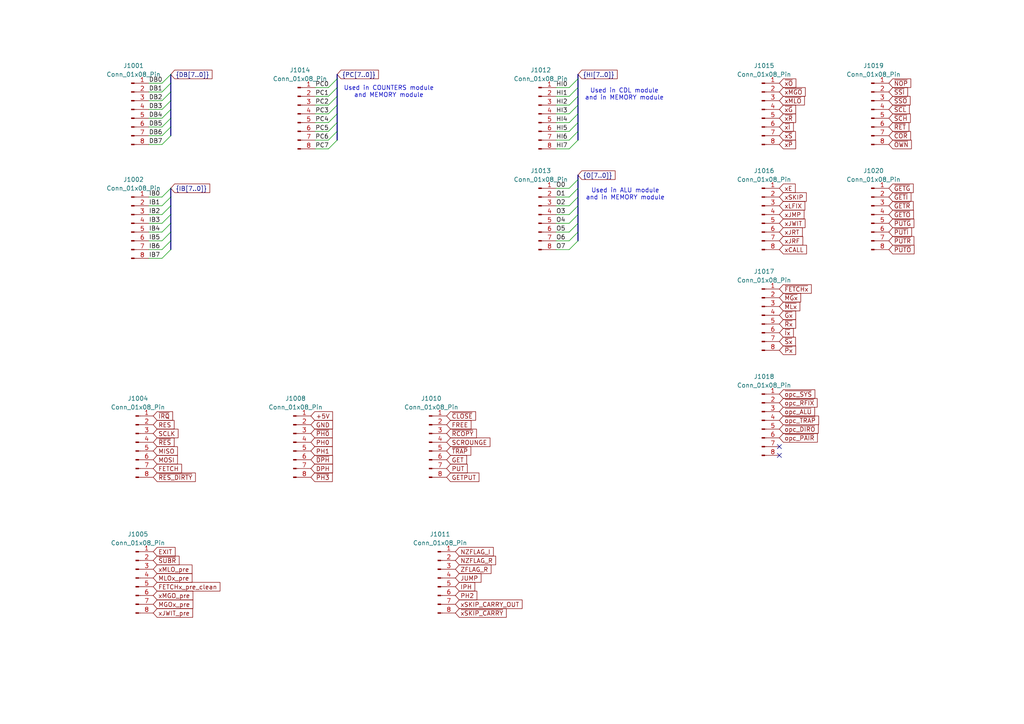
<source format=kicad_sch>
(kicad_sch (version 20231120) (generator "eeschema") (generator_version "8.0")
  (paper "A4")
  (title_block (title "Myth Microcontroller Project") (date "2024-09-26") (rev "1") (company "Picwok.com") (comment 1 "Project Contact: mim@ok-schalter.de (Michael)") (comment 2 "Author: Copyr. 2024 Michael Mangelsdorf/Dosflange@github") (comment 3 "Instruction Decoder Module") (comment 4 "Common Pin Header Sheet"))
  (lib_symbols
    (symbol "Connector:Conn_01x08_Pin" (pin_names (offset 1.016) hide)
      (property "Reference" "J" (at 0 10.16 0))
      (property "Value" "Conn_01x08_Pin" (at 0 -12.7 0))
      (symbol "Conn_01x08_Pin_1_1"
        (polyline (pts (xy 1.27 -10.16) (xy 0.8636 -10.16)) (stroke (width 0.1524)))
        (polyline (pts (xy 1.27 -7.62) (xy 0.8636 -7.62)) (stroke (width 0.1524)))
        (polyline (pts (xy 1.27 -5.08) (xy 0.8636 -5.08)) (stroke (width 0.1524)))
        (polyline (pts (xy 1.27 -2.54) (xy 0.8636 -2.54)) (stroke (width 0.1524)))
        (polyline (pts (xy 1.27 0) (xy 0.8636 0)) (stroke (width 0.1524)))
        (polyline (pts (xy 1.27 2.54) (xy 0.8636 2.54)) (stroke (width 0.1524)))
        (polyline (pts (xy 1.27 5.08) (xy 0.8636 5.08)) (stroke (width 0.1524)))
        (polyline (pts (xy 1.27 7.62) (xy 0.8636 7.62)) (stroke (width 0.1524)))
        (rectangle (start 0.8636 -10.033) (end 0 -10.287) (stroke (width 0.1524)) (fill (type outline)))
        (rectangle (start 0.8636 -7.493) (end 0 -7.747) (stroke (width 0.1524)) (fill (type outline)))
        (rectangle (start 0.8636 -4.953) (end 0 -5.207) (stroke (width 0.1524)) (fill (type outline)))
        (rectangle (start 0.8636 -2.413) (end 0 -2.667) (stroke (width 0.1524)) (fill (type outline)))
        (rectangle (start 0.8636 0.127) (end 0 -0.127) (stroke (width 0.1524)) (fill (type outline)))
        (rectangle (start 0.8636 2.667) (end 0 2.413) (stroke (width 0.1524)) (fill (type outline)))
        (rectangle (start 0.8636 5.207) (end 0 4.953) (stroke (width 0.1524)) (fill (type outline)))
        (rectangle (start 0.8636 7.747) (end 0 7.493) (stroke (width 0.1524)) (fill (type outline)))
        (pin passive line (at 5.08 7.62 180) (length 3.81) (name "Pin_1") (number "1"))
        (pin passive line (at 5.08 5.08 180) (length 3.81) (name "Pin_2") (number "2"))
        (pin passive line (at 5.08 2.54 180) (length 3.81) (name "Pin_3") (number "3"))
        (pin passive line (at 5.08 0 180) (length 3.81) (name "Pin_4") (number "4"))
        (pin passive line (at 5.08 -2.54 180) (length 3.81) (name "Pin_5") (number "5"))
        (pin passive line (at 5.08 -5.08 180) (length 3.81) (name "Pin_6") (number "6"))
        (pin passive line (at 5.08 -7.62 180) (length 3.81) (name "Pin_7") (number "7"))
        (pin passive line (at 5.08 -10.16 180) (length 3.81) (name "Pin_8") (number "8"))
      )
    )
  )
  (no_connect (at 226.06 132.08))
  (no_connect (at 226.06 129.54))
  (bus_entry (at 167.64 25.4) (size -2.54 2.54))
  (bus_entry (at 167.64 54.61) (size -2.54 2.54))
  (bus_entry (at 97.79 30.48) (size -2.54 2.54))
  (bus_entry (at 46.99 24.13) (size 2.54 -2.54))
  (bus_entry (at 46.99 57.15) (size 2.54 -2.54))
  (bus_entry (at 46.99 62.23) (size 2.54 -2.54))
  (bus_entry (at 167.64 57.15) (size -2.54 2.54))
  (bus_entry (at 167.64 59.69) (size -2.54 2.54))
  (bus_entry (at 46.99 67.31) (size 2.54 -2.54))
  (bus_entry (at 46.99 36.83) (size 2.54 -2.54))
  (bus_entry (at 167.64 27.94) (size -2.54 2.54))
  (bus_entry (at 46.99 74.93) (size 2.54 -2.54))
  (bus_entry (at 46.99 34.29) (size 2.54 -2.54))
  (bus_entry (at 167.64 40.64) (size -2.54 2.54))
  (bus_entry (at 167.64 30.48) (size -2.54 2.54))
  (bus_entry (at 46.99 26.67) (size 2.54 -2.54))
  (bus_entry (at 46.99 41.91) (size 2.54 -2.54))
  (bus_entry (at 46.99 64.77) (size 2.54 -2.54))
  (bus_entry (at 167.64 62.23) (size -2.54 2.54))
  (bus_entry (at 167.64 69.85) (size -2.54 2.54))
  (bus_entry (at 46.99 69.85) (size 2.54 -2.54))
  (bus_entry (at 46.99 29.21) (size 2.54 -2.54))
  (bus_entry (at 97.79 22.86) (size -2.54 2.54))
  (bus_entry (at 46.99 39.37) (size 2.54 -2.54))
  (bus_entry (at 167.64 35.56) (size -2.54 2.54))
  (bus_entry (at 167.64 22.86) (size -2.54 2.54))
  (bus_entry (at 46.99 72.39) (size 2.54 -2.54))
  (bus_entry (at 97.79 35.56) (size -2.54 2.54))
  (bus_entry (at 167.64 38.1) (size -2.54 2.54))
  (bus_entry (at 97.79 40.64) (size -2.54 2.54))
  (bus_entry (at 167.64 67.31) (size -2.54 2.54))
  (bus_entry (at 46.99 31.75) (size 2.54 -2.54))
  (bus_entry (at 167.64 33.02) (size -2.54 2.54))
  (bus_entry (at 167.64 52.07) (size -2.54 2.54))
  (bus_entry (at 97.79 38.1) (size -2.54 2.54))
  (bus_entry (at 97.79 33.02) (size -2.54 2.54))
  (bus_entry (at 167.64 64.77) (size -2.54 2.54))
  (bus_entry (at 97.79 27.94) (size -2.54 2.54))
  (bus_entry (at 46.99 59.69) (size 2.54 -2.54))
  (bus_entry (at 97.79 25.4) (size -2.54 2.54))
  (wire (pts (xy 43.18 41.91) (xy 46.99 41.91)))
  (bus (pts (xy 49.53 29.21) (xy 49.53 31.75)))
  (wire (pts (xy 95.25 33.02) (xy 91.44 33.02)))
  (bus (pts (xy 97.79 38.1) (xy 97.79 35.56)))
  (wire (pts (xy 165.1 67.31) (xy 161.29 67.31)))
  (wire (pts (xy 43.18 26.67) (xy 46.99 26.67)))
  (wire (pts (xy 43.18 29.21) (xy 46.99 29.21)))
  (bus (pts (xy 97.79 30.48) (xy 97.79 27.94)))
  (bus (pts (xy 49.53 36.83) (xy 49.53 39.37)))
  (bus (pts (xy 167.64 64.77) (xy 167.64 62.23)))
  (wire (pts (xy 95.25 30.48) (xy 91.44 30.48)))
  (wire (pts (xy 95.25 43.18) (xy 91.44 43.18)))
  (bus (pts (xy 97.79 27.94) (xy 97.79 25.4)))
  (bus (pts (xy 49.53 26.67) (xy 49.53 29.21)))
  (bus (pts (xy 167.64 67.31) (xy 167.64 64.77)))
  (bus (pts (xy 49.53 69.85) (xy 49.53 72.39)))
  (wire (pts (xy 165.1 64.77) (xy 161.29 64.77)))
  (wire (pts (xy 165.1 59.69) (xy 161.29 59.69)))
  (bus (pts (xy 97.79 22.86) (xy 97.79 21.59)))
  (wire (pts (xy 165.1 33.02) (xy 161.29 33.02)))
  (wire (pts (xy 95.25 35.56) (xy 91.44 35.56)))
  (wire (pts (xy 43.18 64.77) (xy 46.99 64.77)))
  (bus (pts (xy 167.64 38.1) (xy 167.64 35.56)))
  (wire (pts (xy 95.25 25.4) (xy 91.44 25.4)))
  (bus (pts (xy 49.53 67.31) (xy 49.53 69.85)))
  (wire (pts (xy 165.1 72.39) (xy 161.29 72.39)))
  (wire (pts (xy 43.18 24.13) (xy 46.99 24.13)))
  (bus (pts (xy 167.64 40.64) (xy 167.64 38.1)))
  (wire (pts (xy 165.1 27.94) (xy 161.29 27.94)))
  (wire (pts (xy 43.18 69.85) (xy 46.99 69.85)))
  (bus (pts (xy 49.53 62.23) (xy 49.53 64.77)))
  (bus (pts (xy 49.53 31.75) (xy 49.53 34.29)))
  (bus (pts (xy 167.64 22.86) (xy 167.64 21.59)))
  (bus (pts (xy 49.53 21.59) (xy 49.53 24.13)))
  (bus (pts (xy 167.64 25.4) (xy 167.64 22.86)))
  (bus (pts (xy 167.64 57.15) (xy 167.64 54.61)))
  (wire (pts (xy 43.18 59.69) (xy 46.99 59.69)))
  (wire (pts (xy 165.1 38.1) (xy 161.29 38.1)))
  (wire (pts (xy 43.18 39.37) (xy 46.99 39.37)))
  (wire (pts (xy 165.1 40.64) (xy 161.29 40.64)))
  (bus (pts (xy 167.64 54.61) (xy 167.64 52.07)))
  (wire (pts (xy 43.18 74.93) (xy 46.99 74.93)))
  (bus (pts (xy 49.53 54.61) (xy 49.53 57.15)))
  (wire (pts (xy 43.18 57.15) (xy 46.99 57.15)))
  (wire (pts (xy 95.25 40.64) (xy 91.44 40.64)))
  (wire (pts (xy 165.1 54.61) (xy 161.29 54.61)))
  (bus (pts (xy 97.79 35.56) (xy 97.79 33.02)))
  (bus (pts (xy 97.79 33.02) (xy 97.79 30.48)))
  (bus (pts (xy 167.64 52.07) (xy 167.64 50.8)))
  (bus (pts (xy 167.64 35.56) (xy 167.64 33.02)))
  (wire (pts (xy 43.18 67.31) (xy 46.99 67.31)))
  (bus (pts (xy 167.64 30.48) (xy 167.64 27.94)))
  (bus (pts (xy 49.53 34.29) (xy 49.53 36.83)))
  (wire (pts (xy 43.18 34.29) (xy 46.99 34.29)))
  (wire (pts (xy 43.18 36.83) (xy 46.99 36.83)))
  (wire (pts (xy 43.18 62.23) (xy 46.99 62.23)))
  (bus (pts (xy 167.64 27.94) (xy 167.64 25.4)))
  (bus (pts (xy 97.79 40.64) (xy 97.79 38.1)))
  (bus (pts (xy 49.53 24.13) (xy 49.53 26.67)))
  (bus (pts (xy 167.64 33.02) (xy 167.64 30.48)))
  (wire (pts (xy 43.18 31.75) (xy 46.99 31.75)))
  (wire (pts (xy 165.1 43.18) (xy 161.29 43.18)))
  (wire (pts (xy 165.1 35.56) (xy 161.29 35.56)))
  (wire (pts (xy 95.25 27.94) (xy 91.44 27.94)))
  (wire (pts (xy 165.1 25.4) (xy 161.29 25.4)))
  (wire (pts (xy 165.1 30.48) (xy 161.29 30.48)))
  (wire (pts (xy 165.1 57.15) (xy 161.29 57.15)))
  (wire (pts (xy 165.1 69.85) (xy 161.29 69.85)))
  (bus (pts (xy 49.53 64.77) (xy 49.53 67.31)))
  (bus (pts (xy 97.79 25.4) (xy 97.79 22.86)))
  (bus (pts (xy 167.64 62.23) (xy 167.64 59.69)))
  (bus (pts (xy 167.64 69.85) (xy 167.64 67.31)))
  (wire (pts (xy 165.1 62.23) (xy 161.29 62.23)))
  (bus (pts (xy 49.53 57.15) (xy 49.53 59.69)))
  (bus (pts (xy 167.64 59.69) (xy 167.64 57.15)))
  (bus (pts (xy 49.53 59.69) (xy 49.53 62.23)))
  (wire (pts (xy 95.25 38.1) (xy 91.44 38.1)))
  (wire (pts (xy 43.18 72.39) (xy 46.99 72.39)))
  (text "Used in COUNTERS module\nand MEMORY module" (at 112.776 26.67 0) (effects (font (size 1.27 1.27))))
  (text "Used in CDL module\nand in MEMORY module" (at 181.102 27.432 0) (effects (font (size 1.27 1.27))))
  (text "Used in ALU module\nand in MEMORY module" (at 181.356 56.388 0) (effects (font (size 1.27 1.27))))
  (label "HI7" (at 161.29 43.18 0))
  (label "PC1" (at 91.44 27.94 0))
  (label "DB1" (at 43.18 26.67 0))
  (label "O0" (at 161.29 54.61 0))
  (label "IB0" (at 43.18 57.15 0))
  (label "IB2" (at 43.18 62.23 0))
  (label "HI0" (at 161.29 25.4 0))
  (label "PC3" (at 91.44 33.02 0))
  (label "DB4" (at 43.18 34.29 0))
  (label "PC2" (at 91.44 30.48 0))
  (label "PC5" (at 91.44 38.1 0))
  (label "PC7" (at 91.44 43.18 0))
  (label "HI2" (at 161.29 30.48 0))
  (label "HI5" (at 161.29 38.1 0))
  (label "O7" (at 161.29 72.39 0))
  (label "DB3" (at 43.18 31.75 0))
  (label "DB6" (at 43.18 39.37 0))
  (label "O5" (at 161.29 67.31 0))
  (label "HI6" (at 161.29 40.64 0))
  (label "O3" (at 161.29 62.23 0))
  (label "DB0" (at 43.18 24.13 0))
  (label "IB5" (at 43.18 69.85 0))
  (label "PC4" (at 91.44 35.56 0))
  (label "O6" (at 161.29 69.85 0))
  (label "IB7" (at 43.18 74.93 0))
  (label "DB7" (at 43.18 41.91 0))
  (label "O4" (at 161.29 64.77 0))
  (label "IB6" (at 43.18 72.39 0))
  (label "PC0" (at 91.44 25.4 0))
  (label "HI3" (at 161.29 33.02 0))
  (label "HI1" (at 161.29 27.94 0))
  (label "DB5" (at 43.18 36.83 0))
  (label "DB2" (at 43.18 29.21 0))
  (label "IB1" (at 43.18 59.69 0))
  (label "IB4" (at 43.18 67.31 0))
  (label "O1" (at 161.29 57.15 0))
  (label "PC6" (at 91.44 40.64 0))
  (label "O2" (at 161.29 59.69 0))
  (label "HI4" (at 161.29 35.56 0))
  (label "IB3" (at 43.18 64.77 0))
  (global_label "~{SSI}" (shape input) (at 257.81 26.67 0) (property "Intersheetrefs" "${INTERSHEET_REFS}" (effects (hide yes))))
  (global_label "~{xSKIP_CARRY}" (shape input) (at 132.08 177.8 0) (property "Intersheetrefs" "${INTERSHEET_REFS}" (effects (hide yes))))
  (global_label "EXIT" (shape input) (at 44.45 160.02 0) (property "Intersheetrefs" "${INTERSHEET_REFS}" (effects (hide yes))))
  (global_label "~{SCH}" (shape input) (at 257.81 34.29 0) (property "Intersheetrefs" "${INTERSHEET_REFS}" (effects (hide yes))))
  (global_label "{PC[7..0]}" (shape input) (at 97.79 21.59 0) (property "Intersheetrefs" "${INTERSHEET_REFS}" (effects (hide yes))))
  (global_label "~{SSO}" (shape input) (at 257.81 29.21 0) (property "Intersheetrefs" "${INTERSHEET_REFS}" (effects (hide yes))))
  (global_label "{DB[7..0]}" (shape input) (at 49.53 21.59 0) (property "Intersheetrefs" "${INTERSHEET_REFS}" (effects (hide yes))))
  (global_label "~{PUTR}" (shape input) (at 257.81 69.85 0) (property "Intersheetrefs" "${INTERSHEET_REFS}" (effects (hide yes))))
  (global_label "MOSI" (shape input) (at 44.45 133.35 0) (property "Intersheetrefs" "${INTERSHEET_REFS}" (effects (hide yes))))
  (global_label "~{MLx}" (shape input) (at 226.06 88.9 0) (property "Intersheetrefs" "${INTERSHEET_REFS}" (effects (hide yes))))
  (global_label "~{Gx}" (shape input) (at 226.06 91.44 0) (property "Intersheetrefs" "${INTERSHEET_REFS}" (effects (hide yes))))
  (global_label "~{Px}" (shape input) (at 226.06 101.6 0) (property "Intersheetrefs" "${INTERSHEET_REFS}" (effects (hide yes))))
  (global_label "xJWIT_pre" (shape input) (at 44.45 177.8 0) (property "Intersheetrefs" "${INTERSHEET_REFS}" (effects (hide yes))))
  (global_label "xJWIT" (shape input) (at 226.06 64.77 0) (property "Intersheetrefs" "${INTERSHEET_REFS}" (effects (hide yes))))
  (global_label "{O[7..0]}" (shape input) (at 167.64 50.8 0) (property "Intersheetrefs" "${INTERSHEET_REFS}" (effects (hide yes))))
  (global_label "~{GETR}" (shape input) (at 257.81 59.69 0) (property "Intersheetrefs" "${INTERSHEET_REFS}" (effects (hide yes))))
  (global_label "GET" (shape input) (at 129.54 133.35 0) (property "Intersheetrefs" "${INTERSHEET_REFS}" (effects (hide yes))))
  (global_label "IPH" (shape input) (at 132.08 170.18 0) (property "Intersheetrefs" "${INTERSHEET_REFS}" (effects (hide yes))))
  (global_label "SCLK" (shape input) (at 44.45 125.73 0) (property "Intersheetrefs" "${INTERSHEET_REFS}" (effects (hide yes))))
  (global_label "~{Ix}" (shape input) (at 226.06 96.52 0) (property "Intersheetrefs" "${INTERSHEET_REFS}" (effects (hide yes))))
  (global_label "~{PUTI}" (shape input) (at 257.81 67.31 0) (property "Intersheetrefs" "${INTERSHEET_REFS}" (effects (hide yes))))
  (global_label "~{TRAP}" (shape input) (at 129.54 130.81 0) (property "Intersheetrefs" "${INTERSHEET_REFS}" (effects (hide yes))))
  (global_label "ZFLAG_R" (shape input) (at 132.08 165.1 0) (property "Intersheetrefs" "${INTERSHEET_REFS}" (effects (hide yes))))
  (global_label "~{xS}" (shape input) (at 226.06 39.37 0) (property "Intersheetrefs" "${INTERSHEET_REFS}" (effects (hide yes))))
  (global_label "~{RCOPY}" (shape input) (at 129.54 125.73 0) (property "Intersheetrefs" "${INTERSHEET_REFS}" (effects (hide yes))))
  (global_label "~{PUTG}" (shape input) (at 257.81 64.77 0) (property "Intersheetrefs" "${INTERSHEET_REFS}" (effects (hide yes))))
  (global_label "xMLO_pre" (shape input) (at 44.45 165.1 0) (property "Intersheetrefs" "${INTERSHEET_REFS}" (effects (hide yes))))
  (global_label "~{RES_DIRTY}" (shape input) (at 44.45 138.43 0) (property "Intersheetrefs" "${INTERSHEET_REFS}" (effects (hide yes))))
  (global_label "PUT" (shape input) (at 129.54 135.89 0) (property "Intersheetrefs" "${INTERSHEET_REFS}" (effects (hide yes))))
  (global_label "+5V" (shape input) (at 90.17 120.65 0) (property "Intersheetrefs" "${INTERSHEET_REFS}" (effects (hide yes))))
  (global_label "xCALL" (shape input) (at 226.06 72.39 0) (property "Intersheetrefs" "${INTERSHEET_REFS}" (effects (hide yes))))
  (global_label "~{CLOSE}" (shape input) (at 129.54 120.65 0) (property "Intersheetrefs" "${INTERSHEET_REFS}" (effects (hide yes))))
  (global_label "xLFIX" (shape input) (at 226.06 59.69 0) (property "Intersheetrefs" "${INTERSHEET_REFS}" (effects (hide yes))))
  (global_label "{IB[7..0]}" (shape input) (at 49.53 54.61 0) (property "Intersheetrefs" "${INTERSHEET_REFS}" (effects (hide yes))))
  (global_label "~{Sx}" (shape input) (at 226.06 99.06 0) (property "Intersheetrefs" "${INTERSHEET_REFS}" (effects (hide yes))))
  (global_label "~{opc_DIRO}" (shape input) (at 226.06 124.46 0) (property "Intersheetrefs" "${INTERSHEET_REFS}" (effects (hide yes))))
  (global_label "~{PH3}" (shape input) (at 90.17 138.43 0) (property "Intersheetrefs" "${INTERSHEET_REFS}" (effects (hide yes))))
  (global_label "SCROUNGE" (shape input) (at 129.54 128.27 0) (property "Intersheetrefs" "${INTERSHEET_REFS}" (effects (hide yes))))
  (global_label "~{NOP}" (shape input) (at 257.81 24.13 0) (property "Intersheetrefs" "${INTERSHEET_REFS}" (effects (hide yes))))
  (global_label "xJRT" (shape input) (at 226.06 67.31 0) (property "Intersheetrefs" "${INTERSHEET_REFS}" (effects (hide yes))))
  (global_label "MLOx_pre" (shape input) (at 44.45 167.64 0) (property "Intersheetrefs" "${INTERSHEET_REFS}" (effects (hide yes))))
  (global_label "~{FETCHx}" (shape input) (at 226.06 83.82 0) (property "Intersheetrefs" "${INTERSHEET_REFS}" (effects (hide yes))))
  (global_label "~{Rx}" (shape input) (at 226.06 93.98 0) (property "Intersheetrefs" "${INTERSHEET_REFS}" (effects (hide yes))))
  (global_label "~{SUBR}" (shape input) (at 44.45 162.56 0) (property "Intersheetrefs" "${INTERSHEET_REFS}" (effects (hide yes))))
  (global_label "~{PH0}" (shape input) (at 90.17 125.73 0) (property "Intersheetrefs" "${INTERSHEET_REFS}" (effects (hide yes))))
  (global_label "~{opc_ALU}" (shape input) (at 226.06 119.38 0) (property "Intersheetrefs" "${INTERSHEET_REFS}" (effects (hide yes))))
  (global_label "xE" (shape input) (at 226.06 54.61 0) (property "Intersheetrefs" "${INTERSHEET_REFS}" (effects (hide yes))))
  (global_label "xJRF" (shape input) (at 226.06 69.85 0) (property "Intersheetrefs" "${INTERSHEET_REFS}" (effects (hide yes))))
  (global_label "FETCH" (shape input) (at 44.45 135.89 0) (property "Intersheetrefs" "${INTERSHEET_REFS}" (effects (hide yes))))
  (global_label "~{GETG}" (shape input) (at 257.81 54.61 0) (property "Intersheetrefs" "${INTERSHEET_REFS}" (effects (hide yes))))
  (global_label "xSKIP" (shape input) (at 226.06 57.15 0) (property "Intersheetrefs" "${INTERSHEET_REFS}" (effects (hide yes))))
  (global_label "~{opc_SYS}" (shape input) (at 226.06 114.3 0) (property "Intersheetrefs" "${INTERSHEET_REFS}" (effects (hide yes))))
  (global_label "FREE" (shape input) (at 129.54 123.19 0) (property "Intersheetrefs" "${INTERSHEET_REFS}" (effects (hide yes))))
  (global_label "~{COR}" (shape input) (at 257.81 39.37 0) (property "Intersheetrefs" "${INTERSHEET_REFS}" (effects (hide yes))))
  (global_label "~{GETI}" (shape input) (at 257.81 57.15 0) (property "Intersheetrefs" "${INTERSHEET_REFS}" (effects (hide yes))))
  (global_label "~{RET}" (shape input) (at 257.81 36.83 0) (property "Intersheetrefs" "${INTERSHEET_REFS}" (effects (hide yes))))
  (global_label "~{GETO}" (shape input) (at 257.81 62.23 0) (property "Intersheetrefs" "${INTERSHEET_REFS}" (effects (hide yes))))
  (global_label "~{xG}" (shape input) (at 226.06 31.75 0) (property "Intersheetrefs" "${INTERSHEET_REFS}" (effects (hide yes))))
  (global_label "~{xR}" (shape input) (at 226.06 34.29 0) (property "Intersheetrefs" "${INTERSHEET_REFS}" (effects (hide yes))))
  (global_label "~{xI}" (shape input) (at 226.06 36.83 0) (property "Intersheetrefs" "${INTERSHEET_REFS}" (effects (hide yes))))
  (global_label "~{opc_TRAP}" (shape input) (at 226.06 121.92 0) (property "Intersheetrefs" "${INTERSHEET_REFS}" (effects (hide yes))))
  (global_label "NZFLAG_I" (shape input) (at 132.08 160.02 0) (property "Intersheetrefs" "${INTERSHEET_REFS}" (effects (hide yes))))
  (global_label "~{SCL}" (shape input) (at 257.81 31.75 0) (property "Intersheetrefs" "${INTERSHEET_REFS}" (effects (hide yes))))
  (global_label "PH0" (shape input) (at 90.17 128.27 0) (property "Intersheetrefs" "${INTERSHEET_REFS}" (effects (hide yes))))
  (global_label "~{xMGO}" (shape input) (at 226.06 26.67 0) (property "Intersheetrefs" "${INTERSHEET_REFS}" (effects (hide yes))))
  (global_label "~{RES}" (shape input) (at 44.45 128.27 0) (property "Intersheetrefs" "${INTERSHEET_REFS}" (effects (hide yes))))
  (global_label "FETCHx_pre_clean" (shape input) (at 44.45 170.18 0) (property "Intersheetrefs" "${INTERSHEET_REFS}" (effects (hide yes))))
  (global_label "~{MGx}" (shape input) (at 226.06 86.36 0) (property "Intersheetrefs" "${INTERSHEET_REFS}" (effects (hide yes))))
  (global_label "~{xO}" (shape input) (at 226.06 24.13 0) (property "Intersheetrefs" "${INTERSHEET_REFS}" (effects (hide yes))))
  (global_label "DPH" (shape input) (at 90.17 135.89 0) (property "Intersheetrefs" "${INTERSHEET_REFS}" (effects (hide yes))))
  (global_label "GETPUT" (shape input) (at 129.54 138.43 0) (property "Intersheetrefs" "${INTERSHEET_REFS}" (effects (hide yes))))
  (global_label "~{opc_RFIX}" (shape input) (at 226.06 116.84 0) (property "Intersheetrefs" "${INTERSHEET_REFS}" (effects (hide yes))))
  (global_label "MISO" (shape input) (at 44.45 130.81 0) (property "Intersheetrefs" "${INTERSHEET_REFS}" (effects (hide yes))))
  (global_label "PH1" (shape input) (at 90.17 130.81 0) (property "Intersheetrefs" "${INTERSHEET_REFS}" (effects (hide yes))))
  (global_label "~{DPH}" (shape input) (at 90.17 133.35 0) (property "Intersheetrefs" "${INTERSHEET_REFS}" (effects (hide yes))))
  (global_label "~{PUTO}" (shape input) (at 257.81 72.39 0) (property "Intersheetrefs" "${INTERSHEET_REFS}" (effects (hide yes))))
  (global_label "xMGO_pre" (shape input) (at 44.45 172.72 0) (property "Intersheetrefs" "${INTERSHEET_REFS}" (effects (hide yes))))
  (global_label "MGOx_pre" (shape input) (at 44.45 175.26 0) (property "Intersheetrefs" "${INTERSHEET_REFS}" (effects (hide yes))))
  (global_label "NZFLAG_R" (shape input) (at 132.08 162.56 0) (property "Intersheetrefs" "${INTERSHEET_REFS}" (effects (hide yes))))
  (global_label "GND" (shape input) (at 90.17 123.19 0) (property "Intersheetrefs" "${INTERSHEET_REFS}" (effects (hide yes))))
  (global_label "RES" (shape input) (at 44.45 123.19 0) (property "Intersheetrefs" "${INTERSHEET_REFS}" (effects (hide yes))))
  (global_label "~{xP}" (shape input) (at 226.06 41.91 0) (property "Intersheetrefs" "${INTERSHEET_REFS}" (effects (hide yes))))
  (global_label "~{opc_PAIR}" (shape input) (at 226.06 127 0) (property "Intersheetrefs" "${INTERSHEET_REFS}" (effects (hide yes))))
  (global_label "xSKIP_CARRY_OUT" (shape input) (at 132.08 175.26 0) (property "Intersheetrefs" "${INTERSHEET_REFS}" (effects (hide yes))))
  (global_label "~{OWN}" (shape input) (at 257.81 41.91 0) (property "Intersheetrefs" "${INTERSHEET_REFS}" (effects (hide yes))))
  (global_label "{HI[7..0]}" (shape input) (at 167.64 21.59 0) (property "Intersheetrefs" "${INTERSHEET_REFS}" (effects (hide yes))))
  (global_label "~{xMLO}" (shape input) (at 226.06 29.21 0) (property "Intersheetrefs" "${INTERSHEET_REFS}" (effects (hide yes))))
  (global_label "~{IRQ}" (shape input) (at 44.45 120.65 0) (property "Intersheetrefs" "${INTERSHEET_REFS}" (effects (hide yes))))
  (global_label "PH2" (shape input) (at 132.08 172.72 0) (property "Intersheetrefs" "${INTERSHEET_REFS}" (effects (hide yes))))
  (global_label "xJMP" (shape input) (at 226.06 62.23 0) (property "Intersheetrefs" "${INTERSHEET_REFS}" (effects (hide yes))))
  (global_label "JUMP" (shape input) (at 132.08 167.64 0) (property "Intersheetrefs" "${INTERSHEET_REFS}" (effects (hide yes))))
  (symbol (lib_id "Connector:Conn_01x08_Pin") (at 220.98 31.75 0) (unit 1)
    (property "Reference" "J1015" (at 221.615 19.05 0))
    (property "Value" "Conn_01x08_Pin" (at 221.615 21.59 0))
    (property "Footprint" "Connector_PinHeader_2.54mm:PinHeader_1x08_P2.54mm_Vertical" (effects (hide yes)))
    (property "Description" "Generic connector, single row, 01x08, script generated" (effects (hide yes)))
    (instances (project "myth_memory" (path "" (reference "J1015") (unit 1))) (project "myth_io" (path "" (reference "J1015") (unit 1))) (project "myth_counters" (path "" (reference "J1015") (unit 1))) (project "myth_decoder" (path "" (reference "J1011") (unit 1))) (project "myth_alu" (path "" (reference "J1015") (unit 1))) (project "myth_cdl" (path "" (reference "J1015") (unit 1))))
  )
  (symbol (lib_id "Connector:Conn_01x08_Pin") (at 127 167.64 0) (unit 1)
    (property "Reference" "J1011" (at 127.635 154.94 0))
    (property "Value" "Conn_01x08_Pin" (at 127.635 157.48 0))
    (property "Footprint" "Connector_PinHeader_2.54mm:PinHeader_1x08_P2.54mm_Vertical" (effects (hide yes)))
    (property "Description" "Generic connector, single row, 01x08, script generated" (effects (hide yes)))
    (instances (project "myth_memory" (path "" (reference "J1011") (unit 1))) (project "myth_io" (path "" (reference "J1012") (unit 1))) (project "myth_counters" (path "" (reference "J1011") (unit 1))) (project "myth_decoder" (path "" (reference "J1008") (unit 1))) (project "myth_alu" (path "" (reference "J1011") (unit 1))) (project "myth_cdl" (path "" (reference "J1011") (unit 1))))
  )
  (symbol (lib_id "Connector:Conn_01x08_Pin") (at 220.98 62.23 0) (unit 1)
    (property "Reference" "J1016" (at 221.615 49.53 0))
    (property "Value" "Conn_01x08_Pin" (at 221.615 52.07 0))
    (property "Footprint" "Connector_PinHeader_2.54mm:PinHeader_1x08_P2.54mm_Vertical" (effects (hide yes)))
    (property "Description" "Generic connector, single row, 01x08, script generated" (effects (hide yes)))
    (instances (project "myth_memory" (path "" (reference "J1016") (unit 1))) (project "myth_io" (path "" (reference "J1016") (unit 1))) (project "myth_counters" (path "" (reference "J1016") (unit 1))) (project "myth_decoder" (path "" (reference "J1012") (unit 1))) (project "myth_alu" (path "" (reference "J1016") (unit 1))) (project "myth_cdl" (path "" (reference "J1016") (unit 1))))
  )
  (symbol (lib_id "Connector:Conn_01x08_Pin") (at 85.09 128.27 0) (unit 1)
    (property "Reference" "J1008" (at 85.725 115.57 0))
    (property "Value" "Conn_01x08_Pin" (at 85.725 118.11 0))
    (property "Footprint" "Connector_PinHeader_2.54mm:PinHeader_1x08_P2.54mm_Vertical" (effects (hide yes)))
    (property "Description" "Generic connector, single row, 01x08, script generated" (effects (hide yes)))
    (instances (project "myth_memory" (path "" (reference "J1008") (unit 1))) (project "myth_io" (path "" (reference "J1009") (unit 1))) (project "myth_counters" (path "" (reference "J1008") (unit 1))) (project "myth_decoder" (path "" (reference "J1005") (unit 1))) (project "myth_alu" (path "" (reference "J1008") (unit 1))) (project "myth_cdl" (path "" (reference "J1008") (unit 1))))
  )
  (symbol (lib_id "Connector:Conn_01x08_Pin") (at 38.1 31.75 0) (unit 1)
    (property "Reference" "J1001" (at 38.735 19.05 0))
    (property "Value" "Conn_01x08_Pin" (at 38.735 21.59 0))
    (property "Footprint" "Connector_PinHeader_2.54mm:PinHeader_1x08_P2.54mm_Vertical" (effects (hide yes)))
    (property "Description" "Generic connector, single row, 01x08, script generated" (effects (hide yes)))
    (instances (project "myth_memory" (path "" (reference "J1001") (unit 1))) (project "myth_io" (path "" (reference "J1005") (unit 1))) (project "myth_counters" (path "" (reference "J1001") (unit 1))) (project "myth_decoder" (path "" (reference "J1001") (unit 1))) (project "myth_alu" (path "" (reference "J1001") (unit 1))) (project "myth_cdl" (path "" (reference "J1001") (unit 1))))
  )
  (symbol (lib_id "Connector:Conn_01x08_Pin") (at 38.1 64.77 0) (unit 1)
    (property "Reference" "J1002" (at 38.735 52.07 0))
    (property "Value" "Conn_01x08_Pin" (at 38.735 54.61 0))
    (property "Footprint" "Connector_PinHeader_2.54mm:PinHeader_1x08_P2.54mm_Vertical" (effects (hide yes)))
    (property "Description" "Generic connector, single row, 01x08, script generated" (effects (hide yes)))
    (instances (project "myth_memory" (path "" (reference "J1002") (unit 1))) (project "myth_io" (path "" (reference "J1006") (unit 1))) (project "myth_counters" (path "" (reference "J1002") (unit 1))) (project "myth_decoder" (path "" (reference "J1002") (unit 1))) (project "myth_alu" (path "" (reference "J1002") (unit 1))) (project "myth_cdl" (path "" (reference "J1002") (unit 1))))
  )
  (symbol (lib_id "Connector:Conn_01x08_Pin") (at 252.73 31.75 0) (unit 1)
    (property "Reference" "J1019" (at 253.365 19.05 0))
    (property "Value" "Conn_01x08_Pin" (at 253.365 21.59 0))
    (property "Footprint" "Connector_PinHeader_2.54mm:PinHeader_1x08_P2.54mm_Vertical" (effects (hide yes)))
    (property "Description" "Generic connector, single row, 01x08, script generated" (effects (hide yes)))
    (instances (project "myth_memory" (path "" (reference "J1019") (unit 1))) (project "myth_io" (path "" (reference "J1019") (unit 1))) (project "myth_counters" (path "" (reference "J1019") (unit 1))) (project "myth_decoder" (path "" (reference "J1015") (unit 1))) (project "myth_alu" (path "" (reference "J1019") (unit 1))) (project "myth_cdl" (path "" (reference "J1019") (unit 1))))
  )
  (symbol (lib_id "Connector:Conn_01x08_Pin") (at 124.46 128.27 0) (unit 1)
    (property "Reference" "J1010" (at 125.095 115.57 0))
    (property "Value" "Conn_01x08_Pin" (at 125.095 118.11 0))
    (property "Footprint" "Connector_PinHeader_2.54mm:PinHeader_1x08_P2.54mm_Vertical" (effects (hide yes)))
    (property "Description" "Generic connector, single row, 01x08, script generated" (effects (hide yes)))
    (instances (project "myth_memory" (path "" (reference "J1010") (unit 1))) (project "myth_io" (path "" (reference "J1011") (unit 1))) (project "myth_counters" (path "" (reference "J1010") (unit 1))) (project "myth_decoder" (path "" (reference "J1007") (unit 1))) (project "myth_alu" (path "" (reference "J1010") (unit 1))) (project "myth_cdl" (path "" (reference "J1010") (unit 1))))
  )
  (symbol (lib_id "Connector:Conn_01x08_Pin") (at 220.98 91.44 0) (unit 1)
    (property "Reference" "J1017" (at 221.615 78.74 0))
    (property "Value" "Conn_01x08_Pin" (at 221.615 81.28 0))
    (property "Footprint" "Connector_PinHeader_2.54mm:PinHeader_1x08_P2.54mm_Vertical" (effects (hide yes)))
    (property "Description" "Generic connector, single row, 01x08, script generated" (effects (hide yes)))
    (instances (project "myth_memory" (path "" (reference "J1017") (unit 1))) (project "myth_io" (path "" (reference "J1017") (unit 1))) (project "myth_counters" (path "" (reference "J1017") (unit 1))) (project "myth_decoder" (path "" (reference "J1013") (unit 1))) (project "myth_alu" (path "" (reference "J1017") (unit 1))) (project "myth_cdl" (path "" (reference "J1017") (unit 1))))
  )
  (symbol (lib_id "Connector:Conn_01x08_Pin") (at 156.21 33.02 0) (unit 1)
    (property "Reference" "J1012" (at 156.845 20.32 0))
    (property "Value" "Conn_01x08_Pin" (at 156.845 22.86 0))
    (property "Footprint" "Connector_PinHeader_2.54mm:PinHeader_1x08_P2.54mm_Vertical" (effects (hide yes)))
    (property "Description" "Generic connector, single row, 01x08, script generated" (effects (hide yes)))
    (instances (project "myth_memory" (path "" (reference "J1012") (unit 1))) (project "myth_io" (path "" (reference "J1013") (unit 1))) (project "myth_counters" (path "" (reference "J1012") (unit 1))) (project "myth_decoder" (path "" (reference "J1009") (unit 1))) (project "myth_alu" (path "" (reference "J1012") (unit 1))) (project "myth_cdl" (path "" (reference "J1012") (unit 1))))
  )
  (symbol (lib_id "Connector:Conn_01x08_Pin") (at 39.37 128.27 0) (unit 1)
    (property "Reference" "J1004" (at 40.005 115.57 0))
    (property "Value" "Conn_01x08_Pin" (at 40.005 118.11 0))
    (property "Footprint" "Connector_PinHeader_2.54mm:PinHeader_1x08_P2.54mm_Vertical" (effects (hide yes)))
    (property "Description" "Generic connector, single row, 01x08, script generated" (effects (hide yes)))
    (instances (project "myth_memory" (path "" (reference "J1004") (unit 1))) (project "myth_io" (path "" (reference "J1007") (unit 1))) (project "myth_counters" (path "" (reference "J1004") (unit 1))) (project "myth_decoder" (path "" (reference "J1003") (unit 1))) (project "myth_alu" (path "" (reference "J1004") (unit 1))) (project "myth_cdl" (path "" (reference "J1004") (unit 1))))
  )
  (symbol (lib_id "Connector:Conn_01x08_Pin") (at 39.37 167.64 0) (unit 1)
    (property "Reference" "J1005" (at 40.005 154.94 0))
    (property "Value" "Conn_01x08_Pin" (at 40.005 157.48 0))
    (property "Footprint" "Connector_PinHeader_2.54mm:PinHeader_1x08_P2.54mm_Vertical" (effects (hide yes)))
    (property "Description" "Generic connector, single row, 01x08, script generated" (effects (hide yes)))
    (instances (project "myth_memory" (path "" (reference "J1005") (unit 1))) (project "myth_io" (path "" (reference "J1008") (unit 1))) (project "myth_counters" (path "" (reference "J1005") (unit 1))) (project "myth_decoder" (path "" (reference "J1004") (unit 1))) (project "myth_alu" (path "" (reference "J1005") (unit 1))) (project "myth_cdl" (path "" (reference "J1005") (unit 1))))
  )
  (symbol (lib_id "Connector:Conn_01x08_Pin") (at 220.98 121.92 0) (unit 1)
    (property "Reference" "J1018" (at 221.615 109.22 0))
    (property "Value" "Conn_01x08_Pin" (at 221.615 111.76 0))
    (property "Footprint" "Connector_PinHeader_2.54mm:PinHeader_1x08_P2.54mm_Vertical" (effects (hide yes)))
    (property "Description" "Generic connector, single row, 01x08, script generated" (effects (hide yes)))
    (instances (project "myth_memory" (path "" (reference "J1018") (unit 1))) (project "myth_io" (path "" (reference "J1018") (unit 1))) (project "myth_counters" (path "" (reference "J1018") (unit 1))) (project "myth_decoder" (path "" (reference "J1014") (unit 1))) (project "myth_alu" (path "" (reference "J1018") (unit 1))) (project "myth_cdl" (path "" (reference "J1018") (unit 1))))
  )
  (symbol (lib_id "Connector:Conn_01x08_Pin") (at 156.21 62.23 0) (unit 1)
    (property "Reference" "J1013" (at 156.845 49.53 0))
    (property "Value" "Conn_01x08_Pin" (at 156.845 52.07 0))
    (property "Footprint" "Connector_PinHeader_2.54mm:PinHeader_1x08_P2.54mm_Vertical" (effects (hide yes)))
    (property "Description" "Generic connector, single row, 01x08, script generated" (effects (hide yes)))
    (instances (project "myth_memory" (path "" (reference "J1013") (unit 1))) (project "myth_io" (path "" (reference "J1014") (unit 1))) (project "myth_counters" (path "" (reference "J1013") (unit 1))) (project "myth_decoder" (path "" (reference "J1010") (unit 1))) (project "myth_alu" (path "" (reference "J1013") (unit 1))) (project "myth_cdl" (path "" (reference "J1013") (unit 1))))
  )
  (symbol (lib_id "Connector:Conn_01x08_Pin") (at 252.73 62.23 0) (unit 1)
    (property "Reference" "J1020" (at 253.365 49.53 0))
    (property "Value" "Conn_01x08_Pin" (at 253.365 52.07 0))
    (property "Footprint" "Connector_PinHeader_2.54mm:PinHeader_1x08_P2.54mm_Vertical" (effects (hide yes)))
    (property "Description" "Generic connector, single row, 01x08, script generated" (effects (hide yes)))
    (instances (project "myth_memory" (path "" (reference "J1020") (unit 1))) (project "myth_io" (path "" (reference "J1020") (unit 1))) (project "myth_counters" (path "" (reference "J1020") (unit 1))) (project "myth_decoder" (path "" (reference "J1016") (unit 1))) (project "myth_alu" (path "" (reference "J1020") (unit 1))) (project "myth_cdl" (path "" (reference "J1020") (unit 1))))
  )
  (symbol (lib_id "Connector:Conn_01x08_Pin") (at 86.36 33.02 0) (unit 1)
    (property "Reference" "J1014" (at 86.995 20.32 0))
    (property "Value" "Conn_01x08_Pin" (at 86.995 22.86 0))
    (property "Footprint" "Connector_PinHeader_2.54mm:PinHeader_1x08_P2.54mm_Vertical" (effects (hide yes)))
    (property "Description" "Generic connector, single row, 01x08, script generated" (effects (hide yes)))
    (instances (project "myth_memory" (path "" (reference "J1014") (unit 1))) (project "myth_io" (path "" (reference "J1010") (unit 1))) (project "myth_counters" (path "" (reference "J1014") (unit 1))) (project "myth_decoder" (path "" (reference "J1006") (unit 1))) (project "myth_alu" (path "" (reference "J1014") (unit 1))) (project "myth_cdl" (path "" (reference "J1014") (unit 1))))
  )
)
</source>
